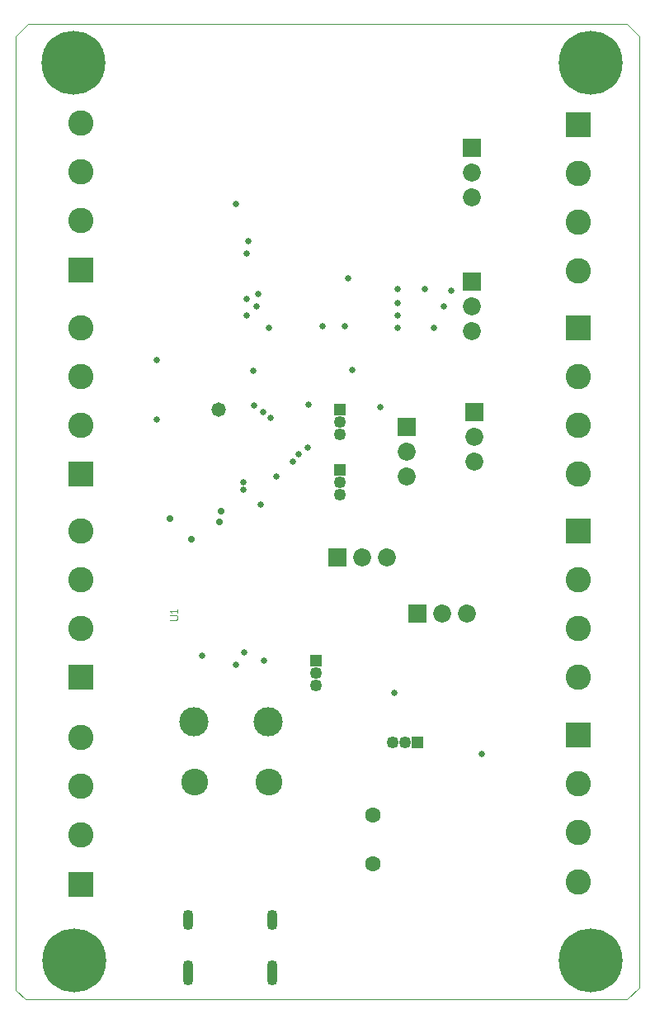
<source format=gbs>
G04*
G04 #@! TF.GenerationSoftware,Altium Limited,Altium Designer,22.7.1 (60)*
G04*
G04 Layer_Color=16711935*
%FSLAX25Y25*%
%MOIN*%
G70*
G04*
G04 #@! TF.SameCoordinates,B0270450-B435-420B-BE19-FF0628D395ED*
G04*
G04*
G04 #@! TF.FilePolarity,Negative*
G04*
G01*
G75*
%ADD16C,0.00004*%
%ADD17C,0.00394*%
G04:AMPARAMS|DCode=41|XSize=43.31mil|YSize=82.68mil|CornerRadius=21.65mil|HoleSize=0mil|Usage=FLASHONLY|Rotation=0.000|XOffset=0mil|YOffset=0mil|HoleType=Round|Shape=RoundedRectangle|*
%AMROUNDEDRECTD41*
21,1,0.04331,0.03937,0,0,0.0*
21,1,0.00000,0.08268,0,0,0.0*
1,1,0.04331,0.00000,-0.01968*
1,1,0.04331,0.00000,-0.01968*
1,1,0.04331,0.00000,0.01968*
1,1,0.04331,0.00000,0.01968*
%
%ADD41ROUNDEDRECTD41*%
G04:AMPARAMS|DCode=42|XSize=43.31mil|YSize=102.36mil|CornerRadius=21.65mil|HoleSize=0mil|Usage=FLASHONLY|Rotation=0.000|XOffset=0mil|YOffset=0mil|HoleType=Round|Shape=RoundedRectangle|*
%AMROUNDEDRECTD42*
21,1,0.04331,0.05906,0,0,0.0*
21,1,0.00000,0.10236,0,0,0.0*
1,1,0.04331,0.00000,-0.02953*
1,1,0.04331,0.00000,-0.02953*
1,1,0.04331,0.00000,0.02953*
1,1,0.04331,0.00000,0.02953*
%
%ADD42ROUNDEDRECTD42*%
%ADD43C,0.10249*%
%ADD44R,0.10249X0.10249*%
%ADD45C,0.25800*%
%ADD46R,0.07284X0.07284*%
%ADD47C,0.07284*%
%ADD48C,0.11800*%
%ADD49R,0.07284X0.07284*%
%ADD50R,0.04934X0.04934*%
%ADD51C,0.04934*%
%ADD52R,0.04934X0.04934*%
%ADD53C,0.10800*%
%ADD54C,0.06312*%
%ADD55C,0.02572*%
%ADD56C,0.02800*%
%ADD57C,0.05800*%
D16*
X99410Y466535D02*
X341535D01*
X346457Y461614D01*
Y77756D02*
Y461614D01*
X341535Y72835D02*
X346457Y77756D01*
X98425Y72835D02*
X341535D01*
X94488Y76772D02*
X98425Y72835D01*
X94488Y76772D02*
Y461614D01*
X99410Y466535D01*
D17*
X156851Y226000D02*
X159475D01*
X160000Y226525D01*
Y227574D01*
X159475Y228099D01*
X156851D01*
X160000Y229149D02*
Y230198D01*
Y229673D01*
X156851D01*
X157376Y229149D01*
D41*
X164094Y104882D02*
D03*
X198110D02*
D03*
D42*
X164094Y83780D02*
D03*
X198110D02*
D03*
D43*
X321728Y406343D02*
D03*
Y386658D02*
D03*
Y366972D02*
D03*
Y120472D02*
D03*
Y140157D02*
D03*
Y159843D02*
D03*
Y284972D02*
D03*
Y304658D02*
D03*
Y324342D02*
D03*
Y202972D02*
D03*
Y222657D02*
D03*
Y242342D02*
D03*
X120772Y426528D02*
D03*
Y406843D02*
D03*
Y387158D02*
D03*
Y344028D02*
D03*
Y324342D02*
D03*
Y304658D02*
D03*
Y262028D02*
D03*
Y242342D02*
D03*
Y222657D02*
D03*
Y178528D02*
D03*
Y158843D02*
D03*
Y139157D02*
D03*
D44*
X321728Y426028D02*
D03*
Y179528D02*
D03*
Y344028D02*
D03*
Y262028D02*
D03*
X120772Y367472D02*
D03*
Y284972D02*
D03*
Y202972D02*
D03*
Y119472D02*
D03*
D45*
X326772Y88583D02*
D03*
X118110D02*
D03*
X327000Y451000D02*
D03*
X118000D02*
D03*
D46*
X257000Y228724D02*
D03*
X224500Y251224D02*
D03*
D47*
X267000Y228724D02*
D03*
X277000D02*
D03*
X252500Y284000D02*
D03*
Y294000D02*
D03*
X244500Y251224D02*
D03*
X234500D02*
D03*
X280000Y290000D02*
D03*
Y300000D02*
D03*
X278724Y342500D02*
D03*
Y352500D02*
D03*
Y396500D02*
D03*
Y406500D02*
D03*
D48*
X196500Y185000D02*
D03*
X166500D02*
D03*
D49*
X252500Y304000D02*
D03*
X280000Y310000D02*
D03*
X278724Y362500D02*
D03*
Y416500D02*
D03*
D50*
X225500Y286500D02*
D03*
Y311000D02*
D03*
X216000Y209500D02*
D03*
D51*
X225500Y281500D02*
D03*
Y276500D02*
D03*
Y306000D02*
D03*
Y301000D02*
D03*
X252000Y176500D02*
D03*
X247000D02*
D03*
X216000Y204500D02*
D03*
Y199500D02*
D03*
D52*
X257000Y176500D02*
D03*
D53*
X167000Y160500D02*
D03*
X197000D02*
D03*
D54*
X239000Y147343D02*
D03*
Y127657D02*
D03*
D55*
X188000Y349000D02*
D03*
X186500Y278500D02*
D03*
Y281500D02*
D03*
X193500Y272500D02*
D03*
X200000Y284000D02*
D03*
X206500Y290000D02*
D03*
X208954Y292954D02*
D03*
X212986Y313000D02*
D03*
X212546Y295546D02*
D03*
X197500Y307500D02*
D03*
X194500Y310000D02*
D03*
X191000Y312500D02*
D03*
X247500Y196500D02*
D03*
X283000Y172000D02*
D03*
X227500Y344500D02*
D03*
X260000Y359500D02*
D03*
X187000Y213000D02*
D03*
X170000Y211500D02*
D03*
X151500Y331000D02*
D03*
Y307000D02*
D03*
X192500Y357500D02*
D03*
X188000Y355500D02*
D03*
X192000Y352500D02*
D03*
X183500Y394000D02*
D03*
X229000Y364000D02*
D03*
X218500Y344500D02*
D03*
X242000Y312000D02*
D03*
X190500Y326500D02*
D03*
X197000Y344000D02*
D03*
X188500Y379000D02*
D03*
X188000Y374000D02*
D03*
X195000Y209500D02*
D03*
X183500Y208000D02*
D03*
X230500Y327000D02*
D03*
X263500Y344000D02*
D03*
X249000D02*
D03*
Y359500D02*
D03*
X270500Y359000D02*
D03*
X249000Y349000D02*
D03*
X267500Y352500D02*
D03*
X249000Y354000D02*
D03*
D56*
X177500Y270000D02*
D03*
X177000Y265500D02*
D03*
X165500Y258500D02*
D03*
X157000Y267000D02*
D03*
D57*
X176500Y311000D02*
D03*
M02*

</source>
